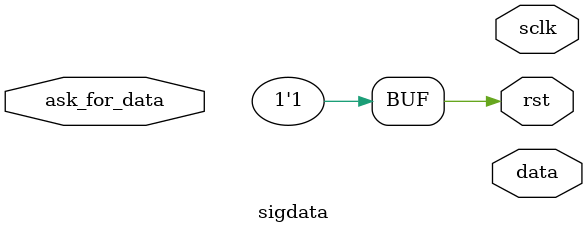
<source format=v>
`timescale 1ns/1ns
`define halfperiod 50
module sigdata(rst,sclk,data,ask_for_data);
output rst;
output [3:0] data;
output sclk;
input ask_for_data;
reg rst,sclk;

initial begin
    rst=1;
    #10 rst=0;
    #(`halfperiod*2+3) rst=1;
end
initial begin
    
end
endmodule

</source>
